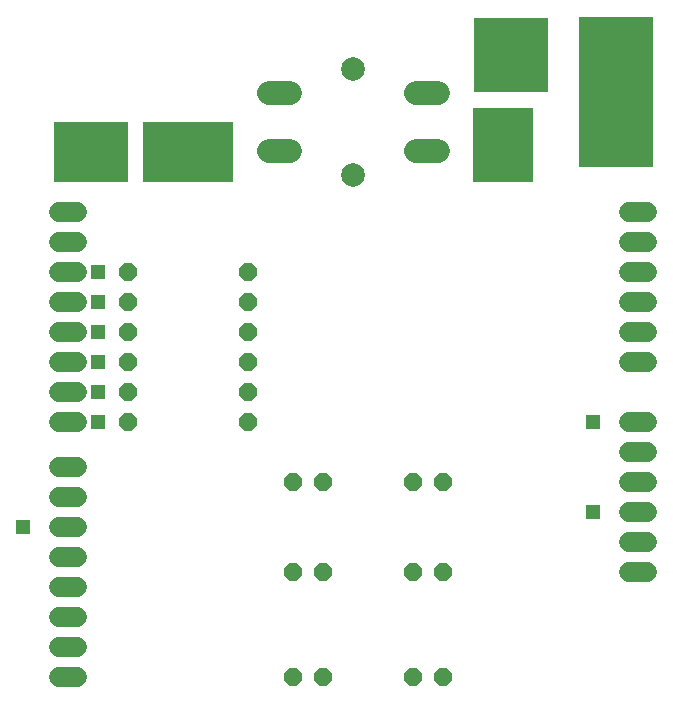
<source format=gbs>
G75*
%MOIN*%
%OFA0B0*%
%FSLAX25Y25*%
%IPPOS*%
%LPD*%
%AMOC8*
5,1,8,0,0,1.08239X$1,22.5*
%
%ADD10R,0.25000X0.25000*%
%ADD11R,0.20000X0.25000*%
%ADD12R,0.25000X0.50000*%
%ADD13R,0.25000X0.20000*%
%ADD14R,0.30000X0.20000*%
%ADD15OC8,0.06000*%
%ADD16C,0.07850*%
%ADD17C,0.07900*%
%ADD18C,0.06800*%
%ADD19R,0.04762X0.04762*%
D10*
X0203500Y0323500D03*
D11*
X0201000Y0293500D03*
D12*
X0238500Y0311000D03*
D13*
X0063500Y0291000D03*
D14*
X0096000Y0291000D03*
D15*
X0076000Y0251000D03*
X0076000Y0241000D03*
X0076000Y0231000D03*
X0076000Y0221000D03*
X0076000Y0211000D03*
X0076000Y0201000D03*
X0116000Y0201000D03*
X0116000Y0211000D03*
X0116000Y0221000D03*
X0116000Y0231000D03*
X0116000Y0241000D03*
X0116000Y0251000D03*
X0131000Y0181000D03*
X0141000Y0181000D03*
X0171000Y0181000D03*
X0181000Y0181000D03*
X0181000Y0151000D03*
X0171000Y0151000D03*
X0141000Y0151000D03*
X0131000Y0151000D03*
X0131000Y0116000D03*
X0141000Y0116000D03*
X0171000Y0116000D03*
X0181000Y0116000D03*
D16*
X0179125Y0291200D02*
X0172075Y0291200D01*
X0172075Y0310800D02*
X0179125Y0310800D01*
X0129925Y0310800D02*
X0122875Y0310800D01*
X0122875Y0291200D02*
X0129925Y0291200D01*
D17*
X0151000Y0283300D03*
X0151000Y0318700D03*
D18*
X0059000Y0116000D02*
X0053000Y0116000D01*
X0053000Y0126000D02*
X0059000Y0126000D01*
X0059000Y0136000D02*
X0053000Y0136000D01*
X0053000Y0146000D02*
X0059000Y0146000D01*
X0059000Y0156000D02*
X0053000Y0156000D01*
X0053000Y0166000D02*
X0059000Y0166000D01*
X0059000Y0176000D02*
X0053000Y0176000D01*
X0053000Y0186000D02*
X0059000Y0186000D01*
X0059000Y0201000D02*
X0053000Y0201000D01*
X0053000Y0211000D02*
X0059000Y0211000D01*
X0059000Y0221000D02*
X0053000Y0221000D01*
X0053000Y0231000D02*
X0059000Y0231000D01*
X0059000Y0241000D02*
X0053000Y0241000D01*
X0053000Y0251000D02*
X0059000Y0251000D01*
X0059000Y0261000D02*
X0053000Y0261000D01*
X0053000Y0271000D02*
X0059000Y0271000D01*
X0243000Y0271000D02*
X0249000Y0271000D01*
X0249000Y0261000D02*
X0243000Y0261000D01*
X0243000Y0251000D02*
X0249000Y0251000D01*
X0249000Y0241000D02*
X0243000Y0241000D01*
X0243000Y0231000D02*
X0249000Y0231000D01*
X0249000Y0221000D02*
X0243000Y0221000D01*
X0243000Y0201000D02*
X0249000Y0201000D01*
X0249000Y0191000D02*
X0243000Y0191000D01*
X0243000Y0181000D02*
X0249000Y0181000D01*
X0249000Y0171000D02*
X0243000Y0171000D01*
X0243000Y0161000D02*
X0249000Y0161000D01*
X0249000Y0151000D02*
X0243000Y0151000D01*
D19*
X0231000Y0171000D03*
X0231000Y0171000D03*
X0231000Y0201000D03*
X0231000Y0201000D03*
X0066000Y0201000D03*
X0066000Y0211000D03*
X0066000Y0221000D03*
X0066000Y0231000D03*
X0066000Y0241000D03*
X0066000Y0251000D03*
X0041000Y0166000D03*
M02*

</source>
